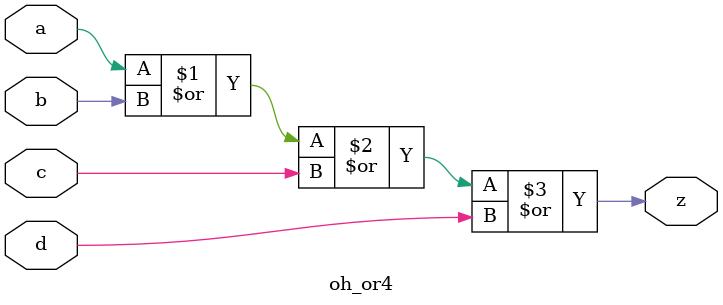
<source format=v>

module oh_or4 #(parameter DW = 1 ) // array width
   (
    input [DW-1:0]  a,
    input [DW-1:0]  b,
    input [DW-1:0]  c,
    input [DW-1:0]  d, 
    output [DW-1:0] z
    );
   
   assign z = a | b | c | d;
   
endmodule

</source>
